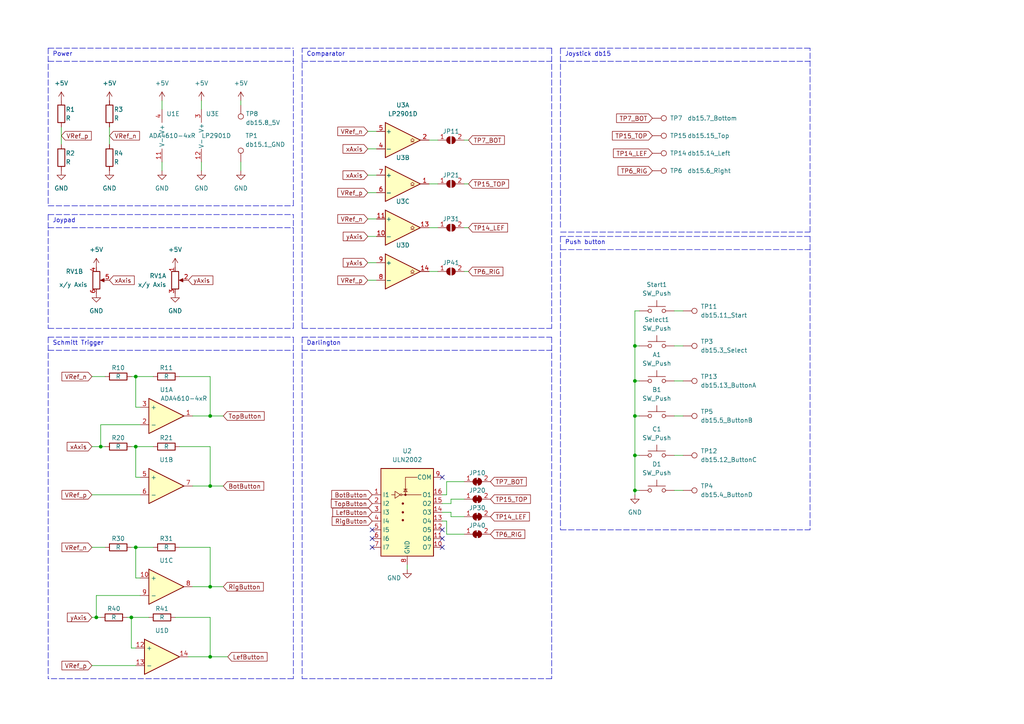
<source format=kicad_sch>
(kicad_sch (version 20211123) (generator eeschema)
  (paper "A4")
  (lib_symbols
    (symbol "Amplifier_Operational:ADA4610-4xR"
      (property "Reference" "U" (at 0 3.81 0))
      (property "Value" "ADA4610-4xR" (at 0 -3.81 0))
      (symbol "ADA4610-4xR_1_1"
        (polyline (pts (xy -5.08 5.08) (xy 5.08 0) (xy -5.08 -5.08) (xy -5.08 5.08)) (stroke (width 0.254)) (fill (type background)))
        (pin output line (at 7.62 0 180) (length 2.54) (name "~") (number "1"))
        (pin input line (at -7.62 -2.54 0) (length 2.54) (name "-") (number "2"))
        (pin input line (at -7.62 2.54 0) (length 2.54) (name "+") (number "3"))
      )
      (symbol "ADA4610-4xR_2_1"
        (polyline (pts (xy -5.08 5.08) (xy 5.08 0) (xy -5.08 -5.08) (xy -5.08 5.08)) (stroke (width 0.254)) (fill (type background)))
        (pin input line (at -7.62 2.54 0) (length 2.54) (name "+") (number "5"))
        (pin input line (at -7.62 -2.54 0) (length 2.54) (name "-") (number "6"))
        (pin output line (at 7.62 0 180) (length 2.54) (name "~") (number "7"))
      )
      (symbol "ADA4610-4xR_3_1"
        (polyline (pts (xy -5.08 5.08) (xy 5.08 0) (xy -5.08 -5.08) (xy -5.08 5.08)) (stroke (width 0.254)) (fill (type background)))
        (pin input line (at -7.62 2.54 0) (length 2.54) (name "+") (number "10"))
        (pin output line (at 7.62 0 180) (length 2.54) (name "~") (number "8"))
        (pin input line (at -7.62 -2.54 0) (length 2.54) (name "-") (number "9"))
      )
      (symbol "ADA4610-4xR_4_1"
        (polyline (pts (xy -5.08 5.08) (xy 5.08 0) (xy -5.08 -5.08) (xy -5.08 5.08)) (stroke (width 0.254)) (fill (type background)))
        (pin input line (at -7.62 2.54 0) (length 2.54) (name "+") (number "12"))
        (pin input line (at -7.62 -2.54 0) (length 2.54) (name "-") (number "13"))
        (pin output line (at 7.62 0 180) (length 2.54) (name "~") (number "14"))
      )
      (symbol "ADA4610-4xR_5_1"
        (pin power_in line (at -2.54 -7.62 90) (length 3.81) (name "V-") (number "11"))
        (pin power_in line (at -2.54 7.62 270) (length 3.81) (name "V+") (number "4"))
      )
    )
    (symbol "Comparator:LP2901D" (pin_names (offset 0.127))
      (property "Reference" "U" (at 0 5.08 0))
      (property "Value" "LP2901D" (at 0 -5.08 0))
      (symbol "LP2901D_1_1"
        (polyline (pts (xy -5.08 5.08) (xy 5.08 0) (xy -5.08 -5.08) (xy -5.08 5.08)) (stroke (width 0.254)) (fill (type background)))
        (polyline (pts (xy 3.302 -0.508) (xy 2.794 -0.508) (xy 3.302 0) (xy 2.794 0.508) (xy 2.286 0) (xy 2.794 -0.508) (xy 2.286 -0.508)) (stroke (width 0.127)))
        (pin open_collector line (at 7.62 0 180) (length 2.54) (name "~") (number "2"))
        (pin input line (at -7.62 -2.54 0) (length 2.54) (name "-") (number "4"))
        (pin input line (at -7.62 2.54 0) (length 2.54) (name "+") (number "5"))
      )
      (symbol "LP2901D_2_1"
        (polyline (pts (xy -5.08 5.08) (xy 5.08 0) (xy -5.08 -5.08) (xy -5.08 5.08)) (stroke (width 0.254)) (fill (type background)))
        (polyline (pts (xy 3.302 -0.508) (xy 2.794 -0.508) (xy 3.302 0) (xy 2.794 0.508) (xy 2.286 0) (xy 2.794 -0.508) (xy 2.286 -0.508)) (stroke (width 0.127)))
        (pin open_collector line (at 7.62 0 180) (length 2.54) (name "~") (number "1"))
        (pin input line (at -7.62 -2.54 0) (length 2.54) (name "-") (number "6"))
        (pin input line (at -7.62 2.54 0) (length 2.54) (name "+") (number "7"))
      )
      (symbol "LP2901D_3_1"
        (polyline (pts (xy -5.08 5.08) (xy 5.08 0) (xy -5.08 -5.08) (xy -5.08 5.08)) (stroke (width 0.254)) (fill (type background)))
        (polyline (pts (xy 3.302 -0.508) (xy 2.794 -0.508) (xy 3.302 0) (xy 2.794 0.508) (xy 2.286 0) (xy 2.794 -0.508) (xy 2.286 -0.508)) (stroke (width 0.127)))
        (pin input line (at -7.62 -2.54 0) (length 2.54) (name "-") (number "10"))
        (pin input line (at -7.62 2.54 0) (length 2.54) (name "+") (number "11"))
        (pin open_collector line (at 7.62 0 180) (length 2.54) (name "~") (number "13"))
      )
      (symbol "LP2901D_4_1"
        (polyline (pts (xy -5.08 5.08) (xy 5.08 0) (xy -5.08 -5.08) (xy -5.08 5.08)) (stroke (width 0.254)) (fill (type background)))
        (polyline (pts (xy 3.302 -0.508) (xy 2.794 -0.508) (xy 3.302 0) (xy 2.794 0.508) (xy 2.286 0) (xy 2.794 -0.508) (xy 2.286 -0.508)) (stroke (width 0.127)))
        (pin open_collector line (at 7.62 0 180) (length 2.54) (name "~") (number "14"))
        (pin input line (at -7.62 -2.54 0) (length 2.54) (name "-") (number "8"))
        (pin input line (at -7.62 2.54 0) (length 2.54) (name "+") (number "9"))
      )
      (symbol "LP2901D_5_1"
        (pin power_in line (at -2.54 -7.62 90) (length 3.81) (name "V-") (number "12"))
        (pin power_in line (at -2.54 7.62 270) (length 3.81) (name "V+") (number "3"))
      )
    )
    (symbol "Connector:TestPoint" (pin_numbers hide) (pin_names (offset 0.762) hide)
      (property "Reference" "TP" (at 0 6.858 0))
      (property "Value" "TestPoint" (at 0 5.08 0))
      (symbol "TestPoint_0_1"
        (circle (center 0 3.302) (radius 0.762))
      )
      (symbol "TestPoint_1_1"
        (pin passive line (at 0 0 90) (length 2.54) (name "1") (number "1"))
      )
    )
    (symbol "Device:R" (pin_numbers hide) (pin_names (offset 0))
      (property "Reference" "R" (at 2.032 0 90))
      (property "Value" "R" (at 0 0 90))
      (symbol "R_0_1"
        (rectangle (start -1.016 -2.54) (end 1.016 2.54) (stroke (width 0.254)))
      )
      (symbol "R_1_1"
        (pin passive line (at 0 3.81 270) (length 1.27) (name "~") (number "1"))
        (pin passive line (at 0 -3.81 90) (length 1.27) (name "~") (number "2"))
      )
    )
    (symbol "Device:R_Potentiometer_Dual_Separate" (pin_names (offset 1.016) hide)
      (property "Reference" "RV" (at -4.445 0 90))
      (property "Value" "R_Potentiometer_Dual_Separate" (at -2.54 0 90))
      (symbol "R_Potentiometer_Dual_Separate_0_1"
        (polyline (pts (xy 2.54 0) (xy 1.524 0)))
        (polyline (pts (xy 1.143 0) (xy 2.286 0.508) (xy 2.286 -0.508) (xy 1.143 0)) (fill (type outline)))
        (rectangle (start 1.016 2.54) (end -1.016 -2.54) (stroke (width 0.254)))
      )
      (symbol "R_Potentiometer_Dual_Separate_1_1"
        (pin passive line (at 0 3.81 270) (length 1.27) (name "1") (number "1"))
        (pin passive line (at 3.81 0 180) (length 1.27) (name "2") (number "2"))
        (pin passive line (at 0 -3.81 90) (length 1.27) (name "3") (number "3"))
      )
      (symbol "R_Potentiometer_Dual_Separate_2_1"
        (pin passive line (at 0 3.81 270) (length 1.27) (name "4") (number "4"))
        (pin passive line (at 3.81 0 180) (length 1.27) (name "5") (number "5"))
        (pin passive line (at 0 -3.81 90) (length 1.27) (name "6") (number "6"))
      )
    )
    (symbol "Jumper:SolderJumper_2_Bridged" (pin_names (offset 0) hide)
      (property "Reference" "JP" (at 0 2.032 0))
      (property "Value" "SolderJumper_2_Bridged" (at 0 -2.54 0))
      (symbol "SolderJumper_2_Bridged_0_1"
        (rectangle (start -0.508 0.508) (end 0.508 -0.508) (fill (type outline)))
        (arc (start -0.254 1.016) (mid -1.27 0) (end -0.254 -1.016))
        (arc (start -0.254 1.016) (mid -1.27 0) (end -0.254 -1.016) (fill (type outline)))
        (polyline (pts (xy -0.254 1.016) (xy -0.254 -1.016)))
        (polyline (pts (xy 0.254 1.016) (xy 0.254 -1.016)))
        (arc (start 0.254 -1.016) (mid 1.27 0) (end 0.254 1.016))
        (arc (start 0.254 -1.016) (mid 1.27 0) (end 0.254 1.016) (fill (type outline)))
      )
      (symbol "SolderJumper_2_Bridged_1_1"
        (pin passive line (at -3.81 0 0) (length 2.54) (name "A") (number "1"))
        (pin passive line (at 3.81 0 180) (length 2.54) (name "B") (number "2"))
      )
    )
    (symbol "Jumper:SolderJumper_2_Open" (pin_names (offset 0) hide)
      (property "Reference" "JP" (at 0 2.032 0))
      (property "Value" "SolderJumper_2_Open" (at 0 -2.54 0))
      (symbol "SolderJumper_2_Open_0_1"
        (arc (start -0.254 1.016) (mid -1.27 0) (end -0.254 -1.016))
        (arc (start -0.254 1.016) (mid -1.27 0) (end -0.254 -1.016) (fill (type outline)))
        (polyline (pts (xy -0.254 1.016) (xy -0.254 -1.016)))
        (polyline (pts (xy 0.254 1.016) (xy 0.254 -1.016)))
        (arc (start 0.254 -1.016) (mid 1.27 0) (end 0.254 1.016))
        (arc (start 0.254 -1.016) (mid 1.27 0) (end 0.254 1.016) (fill (type outline)))
      )
      (symbol "SolderJumper_2_Open_1_1"
        (pin passive line (at -3.81 0 0) (length 2.54) (name "A") (number "1"))
        (pin passive line (at 3.81 0 180) (length 2.54) (name "B") (number "2"))
      )
    )
    (symbol "Switch:SW_Push" (pin_numbers hide) (pin_names (offset 1.016) hide)
      (property "Reference" "SW" (at 1.27 2.54 0))
      (property "Value" "SW_Push" (at 0 -1.524 0))
      (symbol "SW_Push_0_1"
        (circle (center -2.032 0) (radius 0.508))
        (polyline (pts (xy 0 1.27) (xy 0 3.048)))
        (polyline (pts (xy 2.54 1.27) (xy -2.54 1.27)))
        (circle (center 2.032 0) (radius 0.508))
        (pin passive line (at -5.08 0 0) (length 2.54) (name "1") (number "1"))
        (pin passive line (at 5.08 0 180) (length 2.54) (name "2") (number "2"))
      )
    )
    (symbol "Transistor_Array:ULN2002"
      (property "Reference" "U" (at 0 15.875 0))
      (property "Value" "ULN2002" (at 0 13.97 0))
      (symbol "ULN2002_0_1"
        (rectangle (start -7.62 -12.7) (end 7.62 12.7) (stroke (width 0.254)) (fill (type background)))
        (circle (center -1.778 5.08) (radius 0.254))
        (circle (center -1.27 -2.286) (radius 0.254) (fill (type outline)))
        (circle (center -1.27 0) (radius 0.254) (fill (type outline)))
        (circle (center -1.27 2.54) (radius 0.254) (fill (type outline)))
        (circle (center -0.508 5.08) (radius 0.254) (fill (type outline)))
        (polyline (pts (xy -4.572 5.08) (xy -3.556 5.08)))
        (polyline (pts (xy -1.524 5.08) (xy 4.064 5.08)))
        (polyline (pts (xy 0 6.731) (xy -1.016 6.731)))
        (polyline (pts (xy -0.508 5.08) (xy -0.508 10.16) (xy 2.921 10.16)))
        (polyline (pts (xy -3.556 6.096) (xy -3.556 4.064) (xy -2.032 5.08) (xy -3.556 6.096)))
        (polyline (pts (xy 0 5.969) (xy -1.016 5.969) (xy -0.508 6.731) (xy 0 5.969)))
      )
      (symbol "ULN2002_1_1"
        (pin input line (at -10.16 5.08 0) (length 2.54) (name "I1") (number "1"))
        (pin open_collector line (at 10.16 -10.16 180) (length 2.54) (name "O7") (number "10"))
        (pin open_collector line (at 10.16 -7.62 180) (length 2.54) (name "O6") (number "11"))
        (pin open_collector line (at 10.16 -5.08 180) (length 2.54) (name "O5") (number "12"))
        (pin open_collector line (at 10.16 -2.54 180) (length 2.54) (name "O4") (number "13"))
        (pin open_collector line (at 10.16 0 180) (length 2.54) (name "O3") (number "14"))
        (pin open_collector line (at 10.16 2.54 180) (length 2.54) (name "O2") (number "15"))
        (pin open_collector line (at 10.16 5.08 180) (length 2.54) (name "O1") (number "16"))
        (pin input line (at -10.16 2.54 0) (length 2.54) (name "I2") (number "2"))
        (pin input line (at -10.16 0 0) (length 2.54) (name "I3") (number "3"))
        (pin input line (at -10.16 -2.54 0) (length 2.54) (name "I4") (number "4"))
        (pin input line (at -10.16 -5.08 0) (length 2.54) (name "I5") (number "5"))
        (pin input line (at -10.16 -7.62 0) (length 2.54) (name "I6") (number "6"))
        (pin input line (at -10.16 -10.16 0) (length 2.54) (name "I7") (number "7"))
        (pin power_in line (at 0 -15.24 90) (length 2.54) (name "GND") (number "8"))
        (pin passive line (at 10.16 10.16 180) (length 2.54) (name "COM") (number "9"))
      )
    )
    (symbol "power:+5V" (power) (pin_names (offset 0))
      (property "Value" "+5V" (at 0 3.556 0))
      (symbol "+5V_0_1"
        (polyline (pts (xy -0.762 1.27) (xy 0 2.54)))
        (polyline (pts (xy 0 0) (xy 0 2.54)))
        (polyline (pts (xy 0 2.54) (xy 0.762 1.27)))
      )
      (symbol "+5V_1_1"
        (pin power_in line (at 0 0 90) (length 0) hide (name "+5V") (number "1"))
      )
    )
    (symbol "power:GND" (power) (pin_names (offset 0))
      (property "Value" "GND" (at 0 -3.81 0))
      (symbol "GND_0_1"
        (polyline (pts (xy 0 0) (xy 0 -1.27) (xy 1.27 -1.27) (xy 0 -2.54) (xy -1.27 -1.27) (xy 0 -1.27)))
      )
      (symbol "GND_1_1"
        (pin power_in line (at 0 0 270) (length 0) hide (name "GND") (number "1"))
      )
    )
  )
  (junction (at 184.15 100.33))
  (junction (at 184.15 120.65))
  (junction (at 184.15 132.08))
  (junction (at 184.15 110.49))
  (junction (at 60.96 140.97))
  (junction (at 27.94 179.07))
  (junction (at 29.21 129.54))
  (junction (at 38.1 179.07))
  (junction (at 39.37 158.75))
  (junction (at 39.37 109.22))
  (junction (at 60.96 190.5))
  (junction (at 60.96 170.18))
  (junction (at 39.37 129.54))
  (junction (at 184.15 142.24))
  (junction (at 60.96 120.65))
  (no_connect (at 107.95 158.75))
  (no_connect (at 128.27 153.67))
  (no_connect (at 128.27 156.21))
  (no_connect (at 128.27 138.43))
  (no_connect (at 128.27 158.75))
  (no_connect (at 107.95 156.21))
  (no_connect (at 107.95 153.67))
  (wire (pts (xy 134.62 78.74) (xy 135.89 78.74)))
  (wire (pts (xy 38.1 179.07) (xy 43.18 179.07)))
  (polyline (pts (xy 160.02 196.85) (xy 87.63 196.85)))
  (wire (pts (xy 106.68 50.8) (xy 109.22 50.8)))
  (wire (pts (xy 38.1 109.22) (xy 39.37 109.22)))
  (wire (pts (xy 124.46 40.64) (xy 127 40.64)))
  (polyline (pts (xy 13.97 59.69) (xy 85.09 59.69)))
  (wire (pts (xy 38.1 179.07) (xy 38.1 187.96)))
  (wire (pts (xy 60.96 140.97) (xy 64.77 140.97)))
  (wire (pts (xy 39.37 158.75) (xy 39.37 167.64)))
  (wire (pts (xy 184.15 142.24) (xy 184.15 143.51)))
  (polyline (pts (xy 87.63 95.25) (xy 160.02 95.25)))
  (wire (pts (xy 129.54 151.13) (xy 129.54 154.94)))
  (wire (pts (xy 40.64 138.43) (xy 39.37 138.43)))
  (wire (pts (xy 38.1 129.54) (xy 39.37 129.54)))
  (wire (pts (xy 39.37 158.75) (xy 44.45 158.75)))
  (wire (pts (xy 26.67 179.07) (xy 27.94 179.07)))
  (wire (pts (xy 124.46 66.04) (xy 127 66.04)))
  (polyline (pts (xy 234.95 68.58) (xy 162.56 68.58)))
  (polyline (pts (xy 162.56 72.39) (xy 234.95 72.39)))
  (wire (pts (xy 60.96 158.75) (xy 60.96 170.18)))
  (wire (pts (xy 106.68 63.5) (xy 109.22 63.5)))
  (polyline (pts (xy 13.97 66.04) (xy 85.09 66.04)))
  (wire (pts (xy 128.27 143.51) (xy 129.54 143.51)))
  (wire (pts (xy 60.96 120.65) (xy 64.77 120.65)))
  (wire (pts (xy 27.94 179.07) (xy 29.21 179.07)))
  (wire (pts (xy 124.46 53.34) (xy 127 53.34)))
  (wire (pts (xy 195.58 142.24) (xy 198.12 142.24)))
  (wire (pts (xy 185.42 142.24) (xy 184.15 142.24)))
  (wire (pts (xy 60.96 190.5) (xy 60.96 179.07)))
  (wire (pts (xy 38.1 158.75) (xy 39.37 158.75)))
  (wire (pts (xy 26.67 143.51) (xy 40.64 143.51)))
  (wire (pts (xy 55.88 120.65) (xy 60.96 120.65)))
  (wire (pts (xy 184.15 120.65) (xy 185.42 120.65)))
  (wire (pts (xy 128.27 151.13) (xy 129.54 151.13)))
  (wire (pts (xy 124.46 78.74) (xy 127 78.74)))
  (polyline (pts (xy 85.09 196.85) (xy 13.97 196.85)))
  (wire (pts (xy 39.37 118.11) (xy 40.64 118.11)))
  (polyline (pts (xy 162.56 153.67) (xy 234.95 153.67)))
  (wire (pts (xy 69.85 29.21) (xy 69.85 30.48)))
  (wire (pts (xy 36.83 179.07) (xy 38.1 179.07)))
  (wire (pts (xy 31.75 36.83) (xy 31.75 41.91)))
  (wire (pts (xy 54.61 190.5) (xy 60.96 190.5)))
  (polyline (pts (xy 13.97 13.97) (xy 85.09 13.97)))
  (wire (pts (xy 184.15 90.17) (xy 185.42 90.17)))
  (polyline (pts (xy 87.63 13.97) (xy 160.02 13.97)))
  (polyline (pts (xy 162.56 68.58) (xy 162.56 153.67)))
  (wire (pts (xy 184.15 120.65) (xy 184.15 132.08)))
  (polyline (pts (xy 85.09 59.69) (xy 85.09 13.97)))
  (wire (pts (xy 134.62 66.04) (xy 135.89 66.04)))
  (wire (pts (xy 69.85 46.99) (xy 69.85 49.53)))
  (wire (pts (xy 129.54 154.94) (xy 134.62 154.94)))
  (wire (pts (xy 39.37 129.54) (xy 39.37 138.43)))
  (polyline (pts (xy 234.95 13.97) (xy 162.56 13.97)))
  (wire (pts (xy 106.68 68.58) (xy 109.22 68.58)))
  (polyline (pts (xy 85.09 95.25) (xy 85.09 62.23)))
  (wire (pts (xy 184.15 100.33) (xy 185.42 100.33)))
  (wire (pts (xy 17.78 36.83) (xy 17.78 41.91)))
  (wire (pts (xy 52.07 129.54) (xy 60.96 129.54)))
  (wire (pts (xy 39.37 129.54) (xy 44.45 129.54)))
  (wire (pts (xy 130.81 148.59) (xy 130.81 149.86)))
  (polyline (pts (xy 87.63 97.79) (xy 87.63 196.85)))
  (polyline (pts (xy 162.56 17.78) (xy 234.95 17.78)))
  (wire (pts (xy 46.99 46.99) (xy 46.99 49.53)))
  (polyline (pts (xy 13.97 95.25) (xy 85.09 95.25)))
  (wire (pts (xy 26.67 129.54) (xy 29.21 129.54)))
  (wire (pts (xy 195.58 120.65) (xy 198.12 120.65)))
  (wire (pts (xy 60.96 129.54) (xy 60.96 140.97)))
  (polyline (pts (xy 87.63 95.25) (xy 87.63 13.97)))
  (wire (pts (xy 50.8 179.07) (xy 60.96 179.07)))
  (polyline (pts (xy 85.09 97.79) (xy 85.09 196.85)))
  (wire (pts (xy 106.68 38.1) (xy 109.22 38.1)))
  (wire (pts (xy 38.1 187.96) (xy 39.37 187.96)))
  (polyline (pts (xy 87.63 97.79) (xy 160.02 97.79)))
  (wire (pts (xy 129.54 143.51) (xy 129.54 139.7)))
  (wire (pts (xy 60.96 109.22) (xy 60.96 120.65)))
  (polyline (pts (xy 13.97 97.79) (xy 85.09 97.79)))
  (polyline (pts (xy 234.95 67.31) (xy 234.95 13.97)))
  (wire (pts (xy 58.42 46.99) (xy 58.42 49.53)))
  (wire (pts (xy 60.96 170.18) (xy 64.77 170.18)))
  (polyline (pts (xy 13.97 17.78) (xy 85.09 17.78)))
  (wire (pts (xy 106.68 55.88) (xy 109.22 55.88)))
  (wire (pts (xy 52.07 158.75) (xy 60.96 158.75)))
  (wire (pts (xy 195.58 100.33) (xy 198.12 100.33)))
  (wire (pts (xy 26.67 193.04) (xy 39.37 193.04)))
  (wire (pts (xy 106.68 76.2) (xy 109.22 76.2)))
  (wire (pts (xy 184.15 100.33) (xy 184.15 110.49)))
  (polyline (pts (xy 160.02 97.79) (xy 160.02 196.85)))
  (polyline (pts (xy 13.97 62.23) (xy 85.09 62.23)))
  (wire (pts (xy 26.67 109.22) (xy 30.48 109.22)))
  (wire (pts (xy 55.88 140.97) (xy 60.96 140.97)))
  (wire (pts (xy 184.15 110.49) (xy 184.15 120.65)))
  (wire (pts (xy 184.15 100.33) (xy 184.15 90.17)))
  (wire (pts (xy 184.15 132.08) (xy 185.42 132.08)))
  (wire (pts (xy 184.15 132.08) (xy 184.15 142.24)))
  (wire (pts (xy 129.54 139.7) (xy 134.62 139.7)))
  (wire (pts (xy 106.68 43.18) (xy 109.22 43.18)))
  (polyline (pts (xy 13.97 13.97) (xy 13.97 59.69)))
  (wire (pts (xy 195.58 110.49) (xy 198.12 110.49)))
  (wire (pts (xy 27.94 172.72) (xy 27.94 179.07)))
  (wire (pts (xy 39.37 109.22) (xy 44.45 109.22)))
  (wire (pts (xy 39.37 167.64) (xy 40.64 167.64)))
  (polyline (pts (xy 13.97 101.6) (xy 85.09 101.6)))
  (polyline (pts (xy 162.56 13.97) (xy 162.56 66.04)))
  (wire (pts (xy 130.81 149.86) (xy 134.62 149.86)))
  (wire (pts (xy 128.27 148.59) (xy 130.81 148.59)))
  (polyline (pts (xy 160.02 13.97) (xy 160.02 95.25)))
  (wire (pts (xy 40.64 172.72) (xy 27.94 172.72)))
  (wire (pts (xy 66.04 190.5) (xy 60.96 190.5)))
  (wire (pts (xy 130.81 144.78) (xy 134.62 144.78)))
  (polyline (pts (xy 87.63 17.78) (xy 160.02 17.78)))
  (polyline (pts (xy 234.95 68.58) (xy 234.95 153.67)))
  (polyline (pts (xy 87.63 101.6) (xy 160.02 101.6)))
  (wire (pts (xy 118.11 163.83) (xy 118.11 165.1)))
  (wire (pts (xy 128.27 146.05) (xy 130.81 146.05)))
  (polyline (pts (xy 13.97 62.23) (xy 13.97 95.25)))
  (wire (pts (xy 134.62 40.64) (xy 135.89 40.64)))
  (wire (pts (xy 185.42 110.49) (xy 184.15 110.49)))
  (polyline (pts (xy 13.97 97.79) (xy 13.97 196.85)))
  (wire (pts (xy 52.07 109.22) (xy 60.96 109.22)))
  (wire (pts (xy 29.21 123.19) (xy 29.21 129.54)))
  (wire (pts (xy 29.21 129.54) (xy 30.48 129.54)))
  (wire (pts (xy 55.88 170.18) (xy 60.96 170.18)))
  (wire (pts (xy 130.81 146.05) (xy 130.81 144.78)))
  (wire (pts (xy 39.37 109.22) (xy 39.37 118.11)))
  (wire (pts (xy 46.99 29.21) (xy 46.99 31.75)))
  (wire (pts (xy 26.67 158.75) (xy 30.48 158.75)))
  (wire (pts (xy 195.58 90.17) (xy 198.12 90.17)))
  (wire (pts (xy 106.68 81.28) (xy 109.22 81.28)))
  (wire (pts (xy 195.58 132.08) (xy 198.12 132.08)))
  (polyline (pts (xy 162.56 67.31) (xy 234.95 67.31)))
  (wire (pts (xy 40.64 123.19) (xy 29.21 123.19)))
  (wire (pts (xy 134.62 53.34) (xy 135.89 53.34)))
  (wire (pts (xy 58.42 29.21) (xy 58.42 31.75)))
  (text "Darlington" (at 88.9 100.33 0) (effects (font (size 1.27 1.27)) (justify left bottom)))
  (text "Joystick db15" (at 163.83 16.51 0) (effects (font (size 1.27 1.27)) (justify left bottom)))
  (text "Schmitt Trigger" (at 15.24 100.33 0) (effects (font (size 1.27 1.27)) (justify left bottom)))
  (text "Comparator" (at 88.9 16.51 0) (effects (font (size 1.27 1.27)) (justify left bottom)))
  (text "Joypad" (at 15.24 64.77 0) (effects (font (size 1.27 1.27)) (justify left bottom)))
  (text "Power" (at 15.24 16.51 0) (effects (font (size 1.27 1.27)) (justify left bottom)))
  (text "Push button" (at 163.83 71.12 0) (effects (font (size 1.27 1.27)) (justify left bottom)))
  (global_label "VRef_p" (shape input) (at 106.68 81.28 180) (property "Intersheet References" "${INTERSHEET_REFS}" (effects hide)))
  (global_label "yAxis" (shape input) (at 106.68 76.2 180) (property "Intersheet References" "${INTERSHEET_REFS}" (effects hide)))
  (global_label "yAxis" (shape input) (at 106.68 68.58 180) (property "Intersheet References" "${INTERSHEET_REFS}" (effects hide)))
  (global_label "VRef_p" (shape input) (at 17.78 39.37 0) (property "Intersheet References" "${INTERSHEET_REFS}" (effects hide)))
  (global_label "xAxis" (shape input) (at 26.67 129.54 180) (property "Intersheet References" "${INTERSHEET_REFS}" (effects hide)))
  (global_label "xAxis" (shape input) (at 106.68 43.18 180) (property "Intersheet References" "${INTERSHEET_REFS}" (effects hide)))
  (global_label "VRef_p" (shape input) (at 26.67 143.51 180) (property "Intersheet References" "${INTERSHEET_REFS}" (effects hide)))
  (global_label "VRef_n" (shape input) (at 26.67 109.22 180) (property "Intersheet References" "${INTERSHEET_REFS}" (effects hide)))
  (global_label "RigButton" (shape input) (at 107.95 151.13 180) (property "Intersheet References" "${INTERSHEET_REFS}" (effects hide)))
  (global_label "LefButton" (shape input) (at 66.04 190.5 0) (property "Intersheet References" "${INTERSHEET_REFS}" (effects hide)))
  (global_label "TP14_LEF" (shape input) (at 135.89 66.04 0) (property "Intersheet References" "${INTERSHEET_REFS}" (effects hide)))
  (global_label "TP15_TOP" (shape input) (at 189.23 39.37 180) (property "Intersheet References" "${INTERSHEET_REFS}" (effects hide)))
  (global_label "VRef_n" (shape input) (at 26.67 158.75 180) (property "Intersheet References" "${INTERSHEET_REFS}" (effects hide)))
  (global_label "TopButton" (shape input) (at 64.77 120.65 0) (property "Intersheet References" "${INTERSHEET_REFS}" (effects hide)))
  (global_label "TopButton" (shape input) (at 107.95 146.05 180) (property "Intersheet References" "${INTERSHEET_REFS}" (effects hide)))
  (global_label "yAxis" (shape input) (at 54.61 81.28 0) (property "Intersheet References" "${INTERSHEET_REFS}" (effects hide)))
  (global_label "xAxis" (shape input) (at 106.68 50.8 180) (property "Intersheet References" "${INTERSHEET_REFS}" (effects hide)))
  (global_label "VRef_p" (shape input) (at 26.67 193.04 180) (property "Intersheet References" "${INTERSHEET_REFS}" (effects hide)))
  (global_label "BotButton" (shape input) (at 64.77 140.97 0) (property "Intersheet References" "${INTERSHEET_REFS}" (effects hide)))
  (global_label "LefButton" (shape input) (at 107.95 148.59 180) (property "Intersheet References" "${INTERSHEET_REFS}" (effects hide)))
  (global_label "VRef_n" (shape input) (at 106.68 63.5 180) (property "Intersheet References" "${INTERSHEET_REFS}" (effects hide)))
  (global_label "TP7_BOT" (shape input) (at 142.24 139.7 0) (property "Intersheet References" "${INTERSHEET_REFS}" (effects hide)))
  (global_label "yAxis" (shape input) (at 26.67 179.07 180) (property "Intersheet References" "${INTERSHEET_REFS}" (effects hide)))
  (global_label "TP6_RIG" (shape input) (at 142.24 154.94 0) (property "Intersheet References" "${INTERSHEET_REFS}" (effects hide)))
  (global_label "TP7_BOT" (shape input) (at 135.89 40.64 0) (property "Intersheet References" "${INTERSHEET_REFS}" (effects hide)))
  (global_label "BotButton" (shape input) (at 107.95 143.51 180) (property "Intersheet References" "${INTERSHEET_REFS}" (effects hide)))
  (global_label "VRef_n" (shape input) (at 106.68 38.1 180) (property "Intersheet References" "${INTERSHEET_REFS}" (effects hide)))
  (global_label "TP6_RIG" (shape input) (at 135.89 78.74 0) (property "Intersheet References" "${INTERSHEET_REFS}" (effects hide)))
  (global_label "TP15_TOP" (shape input) (at 135.89 53.34 0) (property "Intersheet References" "${INTERSHEET_REFS}" (effects hide)))
  (global_label "TP6_RIG" (shape input) (at 189.23 49.53 180) (property "Intersheet References" "${INTERSHEET_REFS}" (effects hide)))
  (global_label "VRef_p" (shape input) (at 106.68 55.88 180) (property "Intersheet References" "${INTERSHEET_REFS}" (effects hide)))
  (global_label "TP7_BOT" (shape input) (at 189.23 34.29 180) (property "Intersheet References" "${INTERSHEET_REFS}" (effects hide)))
  (global_label "xAxis" (shape input) (at 31.75 81.28 0) (property "Intersheet References" "${INTERSHEET_REFS}" (effects hide)))
  (global_label "RigButton" (shape input) (at 64.77 170.18 0) (property "Intersheet References" "${INTERSHEET_REFS}" (effects hide)))
  (global_label "VRef_n" (shape input) (at 31.75 39.37 0) (property "Intersheet References" "${INTERSHEET_REFS}" (effects hide)))
  (global_label "TP14_LEF" (shape input) (at 189.23 44.45 180) (property "Intersheet References" "${INTERSHEET_REFS}" (effects hide)))
  (global_label "TP14_LEF" (shape input) (at 142.24 149.86 0) (property "Intersheet References" "${INTERSHEET_REFS}" (effects hide)))
  (global_label "TP15_TOP" (shape input) (at 142.24 144.78 0) (property "Intersheet References" "${INTERSHEET_REFS}" (effects hide)))
  (symbol (lib_id "Device:R") (at 17.78 45.72 180) (unit 1)
    (property "Reference" "R2" (at 19.05 44.45 0) (effects (justify right)))
    (property "Value" "R" (at 19.05 46.99 0) (effects (justify right)))
    (property "Footprint" "Resistor_SMD:R_1210_3225Metric_Pad1.30x2.65mm_HandSolder" (effects hide))
  )
  (symbol (lib_id "Device:R") (at 17.78 33.02 180) (unit 1)
    (property "Reference" "R1" (at 19.05 31.75 0) (effects (justify right)))
    (property "Value" "R" (at 19.05 34.29 0) (effects (justify right)))
    (property "Footprint" "Resistor_SMD:R_1210_3225Metric_Pad1.30x2.65mm_HandSolder" (effects hide))
  )
  (symbol (lib_id "power:GND") (at 69.85 49.53 0) (unit 1)
    (property "Reference" "#PWR0115" (effects hide))
    (property "Value" "GND" (at 69.85 54.61 0))
  )
  (symbol (lib_id "Connector:TestPoint") (at 198.12 90.17 270) (unit 1)
    (property "Reference" "TP11" (at 203.2 88.8999 90) (effects (justify left)))
    (property "Value" "db15.11_Start" (at 203.2 91.4399 90) (effects (justify left)))
    (property "Footprint" "TestPoint:TestPoint_Loop_D2.50mm_Drill1.85mm" (effects hide))
  )
  (symbol (lib_id "Switch:SW_Push") (at 190.5 100.33 0) (unit 1)
    (property "Reference" "Select1" (at 190.5 92.71 0))
    (property "Value" "SW_Push" (at 190.5 95.25 0))
    (property "Footprint" "pad-button:button_start" (effects hide))
  )
  (symbol (lib_id "Switch:SW_Push") (at 190.5 110.49 0) (unit 1)
    (property "Reference" "A1" (at 190.5 102.87 0))
    (property "Value" "SW_Push" (at 190.5 105.41 0))
    (property "Footprint" "pad-button:button_A" (effects hide))
  )
  (symbol (lib_id "Comparator:LP2901D") (at 116.84 53.34 0) (unit 2)
    (property "Reference" "U3" (at 116.84 45.72 0))
    (property "Value" "LP2901D" (effects hide))
    (property "Footprint" "Package_SO:SOIC-14_3.9x8.7mm_P1.27mm" (effects hide))
    (property "Datasheet" "https://www.ti.com/lit/ds/symlink/lp2901.pdf" (effects hide))
  )
  (symbol (lib_id "power:+5V") (at 27.94 77.47 0) (unit 1)
    (property "Reference" "#PWR0109" (effects hide))
    (property "Value" "+5V" (at 27.94 72.39 0))
  )
  (symbol (lib_id "Jumper:SolderJumper_2_Open") (at 130.81 40.64 0) (unit 1)
    (property "Reference" "JP11" (at 130.81 38.1 0))
    (property "Value" "SolderJumper_2_Open" (effects hide))
    (property "Footprint" "Jumper:SolderJumper-2_P1.3mm_Open_RoundedPad1.0x1.5mm" (effects hide))
  )
  (symbol (lib_id "Switch:SW_Push") (at 190.5 120.65 0) (unit 1)
    (property "Reference" "B1" (at 190.5 113.03 0))
    (property "Value" "SW_Push" (at 190.5 115.57 0))
    (property "Footprint" "pad-button:button_A" (effects hide))
  )
  (symbol (lib_id "Amplifier_Operational:ADA4610-4xR") (at 48.26 140.97 0) (unit 2)
    (property "Reference" "U1" (at 48.26 133.35 0))
    (property "Value" "ADA4610-4xR" (effects hide))
    (property "Footprint" "Package_SO:SOIC-14_3.9x8.7mm_P1.27mm" (effects hide))
    (property "Datasheet" "https://www.analog.com/media/en/technical-documentation/data-sheets/ADA4610-1_4610-2_4610-4.pdf" (effects hide))
  )
  (symbol (lib_id "Amplifier_Operational:ADA4610-4xR") (at 48.26 170.18 0) (unit 3)
    (property "Reference" "U1" (at 48.26 162.56 0))
    (property "Value" "ADA4610-4xR" (effects hide))
    (property "Footprint" "Package_SO:SOIC-14_3.9x8.7mm_P1.27mm" (effects hide))
    (property "Datasheet" "https://www.analog.com/media/en/technical-documentation/data-sheets/ADA4610-1_4610-2_4610-4.pdf" (effects hide))
  )
  (symbol (lib_id "power:+5V") (at 50.8 77.47 0) (unit 1)
    (property "Reference" "#PWR0101" (effects hide))
    (property "Value" "+5V" (at 50.8 72.39 0))
  )
  (symbol (lib_id "power:GND") (at 184.15 143.51 0) (unit 1)
    (property "Reference" "#PWR0111" (effects hide))
    (property "Value" "GND" (at 184.15 148.59 0))
  )
  (symbol (lib_id "power:+5V") (at 17.78 29.21 0) (unit 1)
    (property "Reference" "#PWR0102" (effects hide))
    (property "Value" "+5V" (at 17.78 24.13 0))
  )
  (symbol (lib_id "Amplifier_Operational:ADA4610-4xR") (at 46.99 190.5 0) (unit 4)
    (property "Reference" "U1" (at 46.99 182.88 0))
    (property "Value" "ADA4610-4xR" (effects hide))
    (property "Footprint" "Package_SO:SOIC-14_3.9x8.7mm_P1.27mm" (effects hide))
    (property "Datasheet" "https://www.analog.com/media/en/technical-documentation/data-sheets/ADA4610-1_4610-2_4610-4.pdf" (effects hide))
  )
  (symbol (lib_id "Connector:TestPoint") (at 198.12 142.24 270) (unit 1)
    (property "Reference" "TP4" (at 203.2 140.9699 90) (effects (justify left)))
    (property "Value" "db15.4_ButtonD" (at 203.2 143.5099 90) (effects (justify left)))
    (property "Footprint" "TestPoint:TestPoint_Loop_D2.50mm_Drill1.85mm" (effects hide))
  )
  (symbol (lib_id "Connector:TestPoint") (at 189.23 49.53 270) (unit 1)
    (property "Reference" "TP6" (at 194.31 49.53 90) (effects (justify left)))
    (property "Value" "db15.6_Right" (at 199.39 49.53 90) (effects (justify left)))
    (property "Footprint" "TestPoint:TestPoint_Loop_D2.50mm_Drill1.85mm" (effects hide))
  )
  (symbol (lib_id "Connector:TestPoint") (at 198.12 120.65 270) (unit 1)
    (property "Reference" "TP5" (at 203.2 119.3799 90) (effects (justify left)))
    (property "Value" "db15.5_ButtonB" (at 203.2 121.9199 90) (effects (justify left)))
    (property "Footprint" "TestPoint:TestPoint_Loop_D2.50mm_Drill1.85mm" (effects hide))
  )
  (symbol (lib_id "Amplifier_Operational:ADA4610-4xR") (at 49.53 39.37 0) (unit 5)
    (property "Reference" "U1" (at 48.26 33.02 0) (effects (justify left)))
    (property "Value" "ADA4610-4xR" (at 43.18 39.37 0) (effects (justify left)))
    (property "Footprint" "Package_SO:SOIC-14_3.9x8.7mm_P1.27mm" (effects hide))
    (property "Datasheet" "https://www.analog.com/media/en/technical-documentation/data-sheets/ADA4610-1_4610-2_4610-4.pdf" (effects hide))
  )
  (symbol (lib_id "Device:R_Potentiometer_Dual_Separate") (at 50.8 81.28 0) (unit 1)
    (property "Reference" "RV1" (at 48.26 80.0099 0) (effects (justify right)))
    (property "Value" "x/y Axis" (at 48.26 82.55 0) (effects (justify right)))
  )
  (symbol (lib_id "Device:R") (at 31.75 45.72 180) (unit 1)
    (property "Reference" "R4" (at 33.02 44.45 0) (effects (justify right)))
    (property "Value" "R" (at 33.02 46.99 0) (effects (justify right)))
    (property "Footprint" "Resistor_SMD:R_1210_3225Metric_Pad1.30x2.65mm_HandSolder" (effects hide))
  )
  (symbol (lib_id "Comparator:LP2901D") (at 116.84 78.74 0) (unit 4)
    (property "Reference" "U3" (at 116.84 71.12 0))
    (property "Value" "LP2901D" (effects hide))
    (property "Footprint" "Package_SO:SOIC-14_3.9x8.7mm_P1.27mm" (effects hide))
    (property "Datasheet" "https://www.ti.com/lit/ds/symlink/lp2901.pdf" (effects hide))
  )
  (symbol (lib_id "Jumper:SolderJumper_2_Bridged") (at 138.43 144.78 0) (unit 1)
    (property "Reference" "JP20" (at 138.43 142.24 0))
    (property "Value" "SolderJumper_2_Bridged" (effects hide))
    (property "Footprint" "Jumper:SolderJumper-2_P1.3mm_Bridged2Bar_RoundedPad1.0x1.5mm" (effects hide))
  )
  (symbol (lib_id "Connector:TestPoint") (at 198.12 110.49 270) (unit 1)
    (property "Reference" "TP13" (at 203.2 109.2199 90) (effects (justify left)))
    (property "Value" "db15.13_ButtonA" (at 203.2 111.7599 90) (effects (justify left)))
    (property "Footprint" "TestPoint:TestPoint_Loop_D2.50mm_Drill1.85mm" (effects hide))
  )
  (symbol (lib_id "Connector:TestPoint") (at 189.23 44.45 270) (unit 1)
    (property "Reference" "TP14" (at 194.31 44.45 90) (effects (justify left)))
    (property "Value" "db15.14_Left" (at 199.39 44.45 90) (effects (justify left)))
    (property "Footprint" "TestPoint:TestPoint_Loop_D2.50mm_Drill1.85mm" (effects hide))
  )
  (symbol (lib_id "Jumper:SolderJumper_2_Bridged") (at 138.43 139.7 0) (unit 1)
    (property "Reference" "JP10" (at 138.43 137.16 0))
    (property "Value" "SolderJumper_2_Bridged" (effects hide))
    (property "Footprint" "Jumper:SolderJumper-2_P1.3mm_Bridged2Bar_RoundedPad1.0x1.5mm" (effects hide))
  )
  (symbol (lib_id "Comparator:LP2901D") (at 116.84 66.04 0) (unit 3)
    (property "Reference" "U3" (at 116.84 58.42 0))
    (property "Value" "LP2901D" (effects hide))
    (property "Footprint" "Package_SO:SOIC-14_3.9x8.7mm_P1.27mm" (effects hide))
    (property "Datasheet" "https://www.ti.com/lit/ds/symlink/lp2901.pdf" (effects hide))
  )
  (symbol (lib_id "Jumper:SolderJumper_2_Bridged") (at 138.43 154.94 0) (unit 1)
    (property "Reference" "JP40" (at 138.43 152.4 0))
    (property "Value" "SolderJumper_2_Bridged" (effects hide))
    (property "Footprint" "Jumper:SolderJumper-2_P1.3mm_Bridged2Bar_RoundedPad1.0x1.5mm" (effects hide))
  )
  (symbol (lib_id "Connector:TestPoint") (at 189.23 39.37 270) (unit 1)
    (property "Reference" "TP15" (at 194.31 39.37 90) (effects (justify left)))
    (property "Value" "db15.15_Top" (at 199.39 39.37 90) (effects (justify left)))
    (property "Footprint" "TestPoint:TestPoint_Loop_D2.50mm_Drill1.85mm" (effects hide))
  )
  (symbol (lib_id "power:+5V") (at 31.75 29.21 0) (unit 1)
    (property "Reference" "#PWR0103" (effects hide))
    (property "Value" "+5V" (at 31.75 24.13 0))
  )
  (symbol (lib_id "Device:R") (at 33.02 179.07 90) (unit 1)
    (property "Reference" "R40" (at 33.02 176.53 90))
    (property "Value" "R" (at 33.02 179.07 90))
    (property "Footprint" "Resistor_SMD:R_1210_3225Metric_Pad1.30x2.65mm_HandSolder" (effects hide))
  )
  (symbol (lib_id "Device:R") (at 46.99 179.07 90) (unit 1)
    (property "Reference" "R41" (at 46.99 176.53 90))
    (property "Value" "R" (at 46.99 179.07 90))
    (property "Footprint" "Resistor_SMD:R_1210_3225Metric_Pad1.30x2.65mm_HandSolder" (effects hide))
  )
  (symbol (lib_id "Connector:TestPoint") (at 198.12 132.08 270) (unit 1)
    (property "Reference" "TP12" (at 203.2 130.8099 90) (effects (justify left)))
    (property "Value" "db15.12_ButtonC" (at 203.2 133.3499 90) (effects (justify left)))
    (property "Footprint" "TestPoint:TestPoint_Loop_D2.50mm_Drill1.85mm" (effects hide))
  )
  (symbol (lib_id "Connector:TestPoint") (at 198.12 100.33 270) (unit 1)
    (property "Reference" "TP3" (at 203.2 99.0599 90) (effects (justify left)))
    (property "Value" "db15.3_Select" (at 203.2 101.5999 90) (effects (justify left)))
    (property "Footprint" "TestPoint:TestPoint_Loop_D2.50mm_Drill1.85mm" (effects hide))
  )
  (symbol (lib_id "Transistor_Array:ULN2002") (at 118.11 148.59 0) (unit 1)
    (property "Reference" "U2" (at 118.11 130.81 0))
    (property "Value" "ULN2002" (at 118.11 133.35 0))
    (property "Footprint" "External:SOIC127P600X175-16N" (effects hide))
    (property "Datasheet" "http://www.ti.com/lit/ds/symlink/uln2003a.pdf" (effects hide))
  )
  (symbol (lib_id "power:+5V") (at 69.85 29.21 0) (unit 1)
    (property "Reference" "#PWR0106" (effects hide))
    (property "Value" "+5V" (at 69.85 24.13 0))
  )
  (symbol (lib_id "Connector:TestPoint") (at 69.85 46.99 0) (unit 1)
    (property "Reference" "TP1" (at 71.12 39.37 0) (effects (justify left)))
    (property "Value" "db15.1_GND" (at 71.12 41.91 0) (effects (justify left)))
    (property "Footprint" "TestPoint:TestPoint_Loop_D2.50mm_Drill1.85mm" (effects hide))
  )
  (symbol (lib_id "power:GND") (at 17.78 49.53 0) (unit 1)
    (property "Reference" "#PWR0104" (effects hide))
    (property "Value" "GND" (at 17.78 54.61 0))
  )
  (symbol (lib_id "Jumper:SolderJumper_2_Bridged") (at 138.43 149.86 0) (unit 1)
    (property "Reference" "JP30" (at 138.43 147.32 0))
    (property "Value" "SolderJumper_2_Bridged" (effects hide))
    (property "Footprint" "Jumper:SolderJumper-2_P1.3mm_Bridged2Bar_RoundedPad1.0x1.5mm" (effects hide))
  )
  (symbol (lib_id "power:GND") (at 27.94 85.09 0) (unit 1)
    (property "Reference" "#PWR0108" (effects hide))
    (property "Value" "GND" (at 27.94 90.17 0))
  )
  (symbol (lib_id "Device:R") (at 34.29 129.54 90) (unit 1)
    (property "Reference" "R20" (at 34.29 127 90))
    (property "Value" "R" (at 34.29 129.54 90))
    (property "Footprint" "Resistor_SMD:R_1210_3225Metric_Pad1.30x2.65mm_HandSolder" (effects hide))
  )
  (symbol (lib_id "Switch:SW_Push") (at 190.5 90.17 0) (unit 1)
    (property "Reference" "Start1" (at 190.5 82.55 0))
    (property "Value" "SW_Push" (at 190.5 85.09 0))
    (property "Footprint" "pad-button:button_start" (effects hide))
  )
  (symbol (lib_id "Jumper:SolderJumper_2_Open") (at 130.81 53.34 0) (unit 1)
    (property "Reference" "JP21" (at 130.81 50.8 0))
    (property "Value" "SolderJumper_2_Open" (effects hide))
    (property "Footprint" "Jumper:SolderJumper-2_P1.3mm_Open_RoundedPad1.0x1.5mm" (effects hide))
  )
  (symbol (lib_id "power:GND") (at 50.8 85.09 0) (unit 1)
    (property "Reference" "#PWR0110" (effects hide))
    (property "Value" "GND" (at 50.8 90.17 0))
  )
  (symbol (lib_id "power:GND") (at 46.99 49.53 0) (unit 1)
    (property "Reference" "#PWR0112" (effects hide))
    (property "Value" "GND" (at 46.99 54.61 0))
  )
  (symbol (lib_id "power:GND") (at 118.11 165.1 0) (unit 1)
    (property "Reference" "#PWR0107" (effects hide))
    (property "Value" "GND" (at 114.3 167.64 0))
  )
  (symbol (lib_id "power:GND") (at 31.75 49.53 0) (unit 1)
    (property "Reference" "#PWR0105" (effects hide))
    (property "Value" "GND" (at 31.75 54.61 0))
  )
  (symbol (lib_id "Device:R") (at 31.75 33.02 180) (unit 1)
    (property "Reference" "R3" (at 33.02 31.75 0) (effects (justify right)))
    (property "Value" "R" (at 33.02 34.29 0) (effects (justify right)))
    (property "Footprint" "Resistor_SMD:R_1210_3225Metric_Pad1.30x2.65mm_HandSolder" (effects hide))
  )
  (symbol (lib_id "Device:R") (at 48.26 158.75 90) (unit 1)
    (property "Reference" "R31" (at 48.26 156.21 90))
    (property "Value" "R" (at 48.26 158.75 90))
    (property "Footprint" "Resistor_SMD:R_1210_3225Metric_Pad1.30x2.65mm_HandSolder" (effects hide))
  )
  (symbol (lib_id "Connector:TestPoint") (at 69.85 30.48 180) (unit 1)
    (property "Reference" "TP8" (at 74.93 33.02 0) (effects (justify left)))
    (property "Value" "db15.8_5V" (at 81.28 35.56 0) (effects (justify left)))
    (property "Footprint" "TestPoint:TestPoint_Loop_D2.50mm_Drill1.85mm" (effects hide))
  )
  (symbol (lib_id "Device:R") (at 48.26 109.22 90) (unit 1)
    (property "Reference" "R11" (at 48.26 106.68 90))
    (property "Value" "R" (at 48.26 109.22 90))
    (property "Footprint" "Resistor_SMD:R_1210_3225Metric_Pad1.30x2.65mm_HandSolder" (effects hide))
  )
  (symbol (lib_id "power:+5V") (at 58.42 29.21 0) (unit 1)
    (property "Reference" "#PWR0114" (effects hide))
    (property "Value" "+5V" (at 58.42 24.13 0))
  )
  (symbol (lib_id "Comparator:LP2901D") (at 60.96 39.37 0) (unit 5)
    (property "Reference" "U3" (at 59.69 33.02 0) (effects (justify left)))
    (property "Value" "LP2901D" (at 58.42 39.37 0) (effects (justify left)))
    (property "Footprint" "Package_SO:SOIC-14_3.9x8.7mm_P1.27mm" (effects hide))
    (property "Datasheet" "https://www.ti.com/lit/ds/symlink/lp2901.pdf" (effects hide))
  )
  (symbol (lib_id "Jumper:SolderJumper_2_Open") (at 130.81 78.74 0) (unit 1)
    (property "Reference" "JP41" (at 130.81 76.2 0))
    (property "Value" "SolderJumper_2_Open" (effects hide))
    (property "Footprint" "Jumper:SolderJumper-2_P1.3mm_Open_RoundedPad1.0x1.5mm" (effects hide))
  )
  (symbol (lib_id "Device:R_Potentiometer_Dual_Separate") (at 27.94 81.28 0) (unit 2)
    (property "Reference" "RV1" (at 24.13 78.74 0) (effects (justify right)))
    (property "Value" "x/y Axis" (at 25.4 82.5499 0) (effects (justify right)))
  )
  (symbol (lib_id "Device:R") (at 48.26 129.54 90) (unit 1)
    (property "Reference" "R21" (at 48.26 127 90))
    (property "Value" "R" (at 48.26 129.54 90))
    (property "Footprint" "Resistor_SMD:R_1210_3225Metric_Pad1.30x2.65mm_HandSolder" (effects hide))
  )
  (symbol (lib_id "Device:R") (at 34.29 158.75 90) (unit 1)
    (property "Reference" "R30" (at 34.29 156.21 90))
    (property "Value" "R" (at 34.29 158.75 90))
    (property "Footprint" "Resistor_SMD:R_1210_3225Metric_Pad1.30x2.65mm_HandSolder" (effects hide))
  )
  (symbol (lib_id "Switch:SW_Push") (at 190.5 132.08 0) (unit 1)
    (property "Reference" "C1" (at 190.5 124.46 0))
    (property "Value" "SW_Push" (at 190.5 127 0))
    (property "Footprint" "pad-button:button_A" (effects hide))
  )
  (symbol (lib_id "Connector:TestPoint") (at 189.23 34.29 270) (unit 1)
    (property "Reference" "TP7" (at 194.31 34.29 90) (effects (justify left)))
    (property "Value" "db15.7_Bottom" (at 199.39 34.29 90) (effects (justify left)))
    (property "Footprint" "TestPoint:TestPoint_Loop_D2.50mm_Drill1.85mm" (effects hide))
  )
  (symbol (lib_id "power:+5V") (at 46.99 29.21 0) (unit 1)
    (property "Reference" "#PWR0113" (effects hide))
    (property "Value" "+5V" (at 46.99 24.13 0))
  )
  (symbol (lib_id "Amplifier_Operational:ADA4610-4xR") (at 48.26 120.65 0) (unit 1)
    (property "Reference" "U1" (at 48.26 113.03 0))
    (property "Value" "ADA4610-4xR" (at 53.34 115.57 0))
    (property "Footprint" "Package_SO:SOIC-14_3.9x8.7mm_P1.27mm" (effects hide))
    (property "Datasheet" "https://www.analog.com/media/en/technical-documentation/data-sheets/ADA4610-1_4610-2_4610-4.pdf" (effects hide))
  )
  (symbol (lib_id "Comparator:LP2901D") (at 116.84 40.64 0) (unit 1)
    (property "Reference" "U3" (at 116.84 30.48 0))
    (property "Value" "LP2901D" (at 116.84 33.02 0))
    (property "Footprint" "Package_SO:SOIC-14_3.9x8.7mm_P1.27mm" (effects hide))
    (property "Datasheet" "https://www.ti.com/lit/ds/symlink/lp2901.pdf" (effects hide))
  )
  (symbol (lib_id "power:GND") (at 58.42 49.53 0) (unit 1)
    (property "Reference" "#PWR0116" (effects hide))
    (property "Value" "GND" (at 58.42 54.61 0))
  )
  (symbol (lib_id "Jumper:SolderJumper_2_Open") (at 130.81 66.04 0) (unit 1)
    (property "Reference" "JP31" (at 130.81 63.5 0))
    (property "Value" "SolderJumper_2_Open" (effects hide))
    (property "Footprint" "Jumper:SolderJumper-2_P1.3mm_Open_RoundedPad1.0x1.5mm" (effects hide))
  )
  (symbol (lib_id "Switch:SW_Push") (at 190.5 142.24 0) (unit 1)
    (property "Reference" "D1" (at 190.5 134.62 0))
    (property "Value" "SW_Push" (at 190.5 137.16 0))
    (property "Footprint" "pad-button:button_A" (effects hide))
  )
  (symbol (lib_id "Device:R") (at 34.29 109.22 90) (unit 1)
    (property "Reference" "R10" (at 34.29 106.68 90))
    (property "Value" "R" (at 34.29 109.22 90))
    (property "Footprint" "Resistor_SMD:R_1210_3225Metric_Pad1.30x2.65mm_HandSolder" (effects hide))
  )
)
</source>
